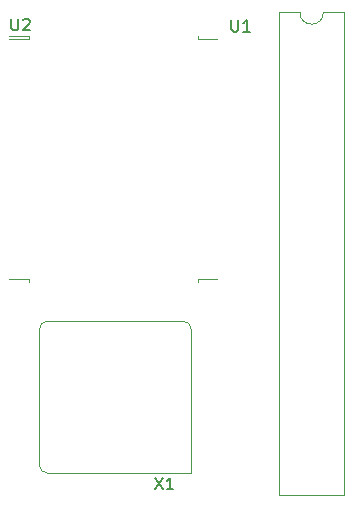
<source format=gbr>
%TF.GenerationSoftware,KiCad,Pcbnew,7.0.5*%
%TF.CreationDate,2023-06-05T13:48:53-07:00*%
%TF.ProjectId,M7700,4d373730-302e-46b6-9963-61645f706362,rev?*%
%TF.SameCoordinates,PX7bfa480PY459e440*%
%TF.FileFunction,Legend,Top*%
%TF.FilePolarity,Positive*%
%FSLAX46Y46*%
G04 Gerber Fmt 4.6, Leading zero omitted, Abs format (unit mm)*
G04 Created by KiCad (PCBNEW 7.0.5) date 2023-06-05 13:48:53*
%MOMM*%
%LPD*%
G01*
G04 APERTURE LIST*
%ADD10C,0.150000*%
%ADD11C,0.120000*%
G04 APERTURE END LIST*
D10*
%TO.C,U2*%
X-21601905Y865181D02*
X-21601905Y55658D01*
X-21601905Y55658D02*
X-21554286Y-39580D01*
X-21554286Y-39580D02*
X-21506667Y-87200D01*
X-21506667Y-87200D02*
X-21411429Y-134819D01*
X-21411429Y-134819D02*
X-21220953Y-134819D01*
X-21220953Y-134819D02*
X-21125715Y-87200D01*
X-21125715Y-87200D02*
X-21078096Y-39580D01*
X-21078096Y-39580D02*
X-21030477Y55658D01*
X-21030477Y55658D02*
X-21030477Y865181D01*
X-20601905Y769943D02*
X-20554286Y817562D01*
X-20554286Y817562D02*
X-20459048Y865181D01*
X-20459048Y865181D02*
X-20220953Y865181D01*
X-20220953Y865181D02*
X-20125715Y817562D01*
X-20125715Y817562D02*
X-20078096Y769943D01*
X-20078096Y769943D02*
X-20030477Y674705D01*
X-20030477Y674705D02*
X-20030477Y579467D01*
X-20030477Y579467D02*
X-20078096Y436610D01*
X-20078096Y436610D02*
X-20649524Y-134819D01*
X-20649524Y-134819D02*
X-20030477Y-134819D01*
%TO.C,X1*%
X-9459524Y-38004819D02*
X-8792858Y-39004819D01*
X-8792858Y-38004819D02*
X-9459524Y-39004819D01*
X-7888096Y-39004819D02*
X-8459524Y-39004819D01*
X-8173810Y-39004819D02*
X-8173810Y-38004819D01*
X-8173810Y-38004819D02*
X-8269048Y-38147676D01*
X-8269048Y-38147676D02*
X-8364286Y-38242914D01*
X-8364286Y-38242914D02*
X-8459524Y-38290533D01*
%TO.C,U1*%
X-2981905Y765181D02*
X-2981905Y-44342D01*
X-2981905Y-44342D02*
X-2934286Y-139580D01*
X-2934286Y-139580D02*
X-2886667Y-187200D01*
X-2886667Y-187200D02*
X-2791429Y-234819D01*
X-2791429Y-234819D02*
X-2600953Y-234819D01*
X-2600953Y-234819D02*
X-2505715Y-187200D01*
X-2505715Y-187200D02*
X-2458096Y-139580D01*
X-2458096Y-139580D02*
X-2410477Y-44342D01*
X-2410477Y-44342D02*
X-2410477Y765181D01*
X-1410477Y-234819D02*
X-1981905Y-234819D01*
X-1696191Y-234819D02*
X-1696191Y765181D01*
X-1696191Y765181D02*
X-1791429Y622324D01*
X-1791429Y622324D02*
X-1886667Y527086D01*
X-1886667Y527086D02*
X-1981905Y479467D01*
D11*
%TO.C,U2*%
X-21800000Y-850000D02*
X-20150000Y-850000D01*
X-21800000Y-21150000D02*
X-20150000Y-21150000D01*
X-20150000Y-600000D02*
X-21800000Y-600000D01*
X-20150000Y-850000D02*
X-20150000Y-600000D01*
X-20150000Y-21150000D02*
X-20150000Y-21400000D01*
X-5850000Y-850000D02*
X-5850000Y-600000D01*
X-5850000Y-21150000D02*
X-5850000Y-21400000D01*
X-4200000Y-850000D02*
X-5850000Y-850000D01*
X-4200000Y-21150000D02*
X-5850000Y-21150000D01*
%TO.C,X1*%
X-18510000Y-37640000D02*
X-6360000Y-37640000D01*
X-7110000Y-24740000D02*
X-18510000Y-24740000D01*
X-6360000Y-37640000D02*
X-6360000Y-25490000D01*
X-19260000Y-25490000D02*
X-19260000Y-36890000D01*
X-6360000Y-25490000D02*
G75*
G03*
X-7110000Y-24740000I-750000J0D01*
G01*
X-19260000Y-36890000D02*
G75*
G03*
X-18510000Y-37640000I750000J0D01*
G01*
X-18510000Y-24740000D02*
G75*
G03*
X-19260000Y-25490000I0J-750000D01*
G01*
%TO.C,U1*%
X2810000Y1390000D02*
G75*
G03*
X4810000Y1390000I1000000J0D01*
G01*
X1040000Y1390000D02*
X1040000Y-39490000D01*
X6580000Y1390000D02*
X4810000Y1390000D01*
X2810000Y1390000D02*
X1040000Y1390000D01*
X1040000Y-39490000D02*
X6580000Y-39490000D01*
X6580000Y-39490000D02*
X6580000Y1390000D01*
%TD*%
M02*

</source>
